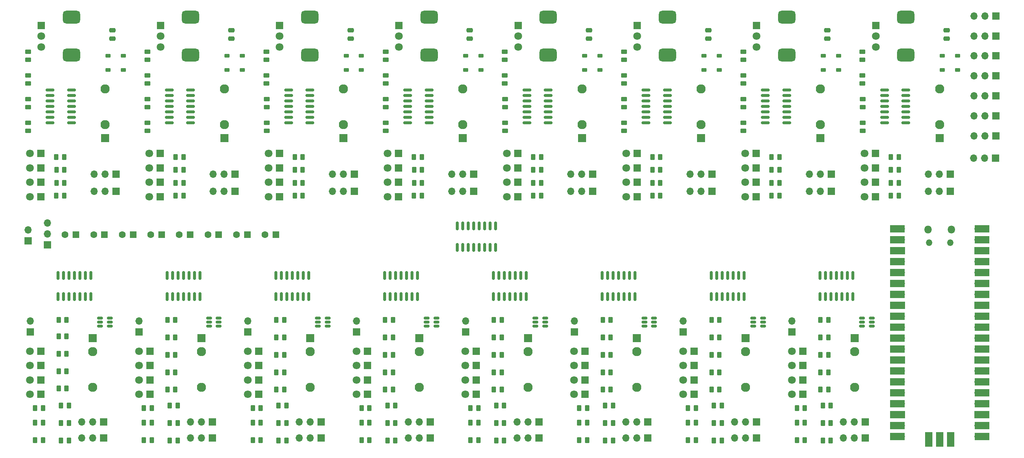
<source format=gbr>
%TF.GenerationSoftware,KiCad,Pcbnew,8.0.8-8.0.8-0~ubuntu24.04.1*%
%TF.CreationDate,2025-02-26T09:10:28-05:00*%
%TF.ProjectId,Oblique Palette 0.5.1 PCB Main,4f626c69-7175-4652-9050-616c65747465,rev?*%
%TF.SameCoordinates,Original*%
%TF.FileFunction,Soldermask,Bot*%
%TF.FilePolarity,Negative*%
%FSLAX46Y46*%
G04 Gerber Fmt 4.6, Leading zero omitted, Abs format (unit mm)*
G04 Created by KiCad (PCBNEW 8.0.8-8.0.8-0~ubuntu24.04.1) date 2025-02-26 09:10:28*
%MOMM*%
%LPD*%
G01*
G04 APERTURE LIST*
G04 Aperture macros list*
%AMRoundRect*
0 Rectangle with rounded corners*
0 $1 Rounding radius*
0 $2 $3 $4 $5 $6 $7 $8 $9 X,Y pos of 4 corners*
0 Add a 4 corners polygon primitive as box body*
4,1,4,$2,$3,$4,$5,$6,$7,$8,$9,$2,$3,0*
0 Add four circle primitives for the rounded corners*
1,1,$1+$1,$2,$3*
1,1,$1+$1,$4,$5*
1,1,$1+$1,$6,$7*
1,1,$1+$1,$8,$9*
0 Add four rect primitives between the rounded corners*
20,1,$1+$1,$2,$3,$4,$5,0*
20,1,$1+$1,$4,$5,$6,$7,0*
20,1,$1+$1,$6,$7,$8,$9,0*
20,1,$1+$1,$8,$9,$2,$3,0*%
G04 Aperture macros list end*
%ADD10R,1.700000X1.700000*%
%ADD11O,1.700000X1.700000*%
%ADD12R,1.800000X1.800000*%
%ADD13C,1.800000*%
%ADD14RoundRect,0.750000X-1.250000X-0.750000X1.250000X-0.750000X1.250000X0.750000X-1.250000X0.750000X0*%
%ADD15R,1.930000X1.830000*%
%ADD16C,2.130000*%
%ADD17RoundRect,0.250000X0.262500X0.450000X-0.262500X0.450000X-0.262500X-0.450000X0.262500X-0.450000X0*%
%ADD18RoundRect,0.250000X-0.450000X0.262500X-0.450000X-0.262500X0.450000X-0.262500X0.450000X0.262500X0*%
%ADD19RoundRect,0.250000X-0.262500X-0.450000X0.262500X-0.450000X0.262500X0.450000X-0.262500X0.450000X0*%
%ADD20RoundRect,0.150000X0.512500X0.150000X-0.512500X0.150000X-0.512500X-0.150000X0.512500X-0.150000X0*%
%ADD21RoundRect,0.150000X0.150000X-0.825000X0.150000X0.825000X-0.150000X0.825000X-0.150000X-0.825000X0*%
%ADD22RoundRect,0.225000X-0.375000X0.225000X-0.375000X-0.225000X0.375000X-0.225000X0.375000X0.225000X0*%
%ADD23RoundRect,0.150000X0.825000X0.150000X-0.825000X0.150000X-0.825000X-0.150000X0.825000X-0.150000X0*%
%ADD24RoundRect,0.250000X0.475000X-0.250000X0.475000X0.250000X-0.475000X0.250000X-0.475000X-0.250000X0*%
%ADD25R,1.600000X1.600000*%
%ADD26C,1.600000*%
%ADD27R,1.700000X3.500000*%
%ADD28R,3.500000X1.700000*%
%ADD29O,1.800000X1.800000*%
%ADD30O,1.500000X1.500000*%
G04 APERTURE END LIST*
D10*
%TO.C,J69*%
X214275000Y-116480000D03*
D11*
X211735000Y-116480000D03*
X209195000Y-116480000D03*
%TD*%
D10*
%TO.C,J14*%
X244580000Y-50010000D03*
D11*
X242040000Y-50010000D03*
X239500000Y-50010000D03*
%TD*%
D12*
%TO.C,D65*%
X124000000Y-110050000D03*
D13*
X121460000Y-110050000D03*
%TD*%
D10*
%TO.C,J31*%
X178685000Y-62910000D03*
D11*
X176145000Y-62910000D03*
X173605000Y-62910000D03*
%TD*%
D10*
%TO.C,J56*%
X138525000Y-120180000D03*
D11*
X135985000Y-120180000D03*
X133445000Y-120180000D03*
%TD*%
D12*
%TO.C,RV2*%
X50717000Y-24320000D03*
D13*
X50717000Y-26820000D03*
X50717000Y-29320000D03*
D14*
X57717000Y-22420000D03*
X57717000Y-31220000D03*
%TD*%
D12*
%TO.C,D75*%
X174500000Y-103350000D03*
D13*
X171960000Y-103350000D03*
%TD*%
D10*
%TO.C,J28*%
X151028000Y-62910000D03*
D11*
X148488000Y-62910000D03*
X145948000Y-62910000D03*
%TD*%
D12*
%TO.C,D2*%
X23000000Y-60760000D03*
D13*
X20460000Y-60760000D03*
%TD*%
D12*
%TO.C,RV3*%
X78374000Y-24320000D03*
D13*
X78374000Y-26820000D03*
X78374000Y-29320000D03*
D14*
X85374000Y-22420000D03*
X85374000Y-31220000D03*
%TD*%
D15*
%TO.C,J42*%
X35000000Y-97000000D03*
D16*
X35000000Y-108400000D03*
X35000000Y-100100000D03*
%TD*%
D12*
%TO.C,D67*%
X124000000Y-103350000D03*
D13*
X121460000Y-103350000D03*
%TD*%
D12*
%TO.C,D58*%
X73500000Y-106700000D03*
D13*
X70960000Y-106700000D03*
%TD*%
D12*
%TO.C,D32*%
X161285000Y-60760000D03*
D13*
X158745000Y-60760000D03*
%TD*%
D12*
%TO.C,D7*%
X50657000Y-64110000D03*
D13*
X48117000Y-64110000D03*
%TD*%
D12*
%TO.C,D18*%
X78314000Y-54060000D03*
D13*
X75774000Y-54060000D03*
%TD*%
D10*
%TO.C,J21*%
X95714000Y-58930000D03*
D11*
X93174000Y-58930000D03*
X90634000Y-58930000D03*
%TD*%
D12*
%TO.C,D78*%
X199750000Y-106700000D03*
D13*
X197210000Y-106700000D03*
%TD*%
D12*
%TO.C,D56*%
X48250000Y-100000000D03*
D13*
X45710000Y-100000000D03*
%TD*%
D10*
%TO.C,J18*%
X68057000Y-58930000D03*
D11*
X65517000Y-58930000D03*
X62977000Y-58930000D03*
%TD*%
D12*
%TO.C,D77*%
X199750000Y-110050000D03*
D13*
X197210000Y-110050000D03*
%TD*%
D12*
%TO.C,RV8*%
X216659000Y-24320000D03*
D13*
X216659000Y-26820000D03*
X216659000Y-29320000D03*
D14*
X223659000Y-22420000D03*
X223659000Y-31220000D03*
%TD*%
D12*
%TO.C,D24*%
X105971000Y-54060000D03*
D13*
X103431000Y-54060000D03*
%TD*%
D15*
%TO.C,J46*%
X60250000Y-97000000D03*
D16*
X60250000Y-108400000D03*
X60250000Y-100100000D03*
%TD*%
D10*
%TO.C,J44*%
X62775000Y-120180000D03*
D11*
X60235000Y-120180000D03*
X57695000Y-120180000D03*
%TD*%
D12*
%TO.C,D48*%
X216599000Y-54060000D03*
D13*
X214059000Y-54060000D03*
%TD*%
D12*
%TO.C,D36*%
X161285000Y-54060000D03*
D13*
X158745000Y-54060000D03*
%TD*%
D10*
%TO.C,J7*%
X244580000Y-36060000D03*
D11*
X242040000Y-36060000D03*
X239500000Y-36060000D03*
%TD*%
D12*
%TO.C,RV4*%
X106031000Y-24320000D03*
D13*
X106031000Y-26820000D03*
X106031000Y-29320000D03*
D14*
X113031000Y-22420000D03*
X113031000Y-31220000D03*
%TD*%
D12*
%TO.C,D38*%
X188942000Y-60760000D03*
D13*
X186402000Y-60760000D03*
%TD*%
D10*
%TO.C,J65*%
X189025000Y-116480000D03*
D11*
X186485000Y-116480000D03*
X183945000Y-116480000D03*
%TD*%
D12*
%TO.C,D76*%
X174500000Y-100000000D03*
D13*
X171960000Y-100000000D03*
%TD*%
D12*
%TO.C,D66*%
X124000000Y-106700000D03*
D13*
X121460000Y-106700000D03*
%TD*%
D10*
%TO.C,J16*%
X40400000Y-62910000D03*
D11*
X37860000Y-62910000D03*
X35320000Y-62910000D03*
%TD*%
D12*
%TO.C,D64*%
X98750000Y-100000000D03*
D13*
X96210000Y-100000000D03*
%TD*%
D12*
%TO.C,RV5*%
X133688000Y-24320000D03*
D13*
X133688000Y-26820000D03*
X133688000Y-29320000D03*
D14*
X140688000Y-22420000D03*
X140688000Y-31220000D03*
%TD*%
D10*
%TO.C,J34*%
X206342000Y-62910000D03*
D11*
X203802000Y-62910000D03*
X201262000Y-62910000D03*
%TD*%
D12*
%TO.C,D8*%
X50657000Y-60760000D03*
D13*
X48117000Y-60760000D03*
%TD*%
D10*
%TO.C,J19*%
X68057000Y-62910000D03*
D11*
X65517000Y-62910000D03*
X62977000Y-62910000D03*
%TD*%
D10*
%TO.C,J4*%
X244580000Y-26760000D03*
D11*
X242040000Y-26760000D03*
X239500000Y-26760000D03*
%TD*%
D12*
%TO.C,D71*%
X149250000Y-103350000D03*
D13*
X146710000Y-103350000D03*
%TD*%
D12*
%TO.C,D61*%
X98750000Y-110050000D03*
D13*
X96210000Y-110050000D03*
%TD*%
D15*
%TO.C,J17*%
X37875000Y-50510000D03*
D16*
X37875000Y-39110000D03*
X37875000Y-47410000D03*
%TD*%
D10*
%TO.C,J24*%
X123371000Y-58930000D03*
D11*
X120831000Y-58930000D03*
X118291000Y-58930000D03*
%TD*%
D12*
%TO.C,D74*%
X174500000Y-106700000D03*
D13*
X171960000Y-106700000D03*
%TD*%
D12*
%TO.C,D68*%
X124000000Y-100000000D03*
D13*
X121460000Y-100000000D03*
%TD*%
D15*
%TO.C,J20*%
X65532000Y-50510000D03*
D16*
X65532000Y-39110000D03*
X65532000Y-47410000D03*
%TD*%
D10*
%TO.C,J40*%
X37525000Y-120180000D03*
D11*
X34985000Y-120180000D03*
X32445000Y-120180000D03*
%TD*%
D10*
%TO.C,J27*%
X151028000Y-58930000D03*
D11*
X148488000Y-58930000D03*
X145948000Y-58930000D03*
%TD*%
D12*
%TO.C,D80*%
X199750000Y-100000000D03*
D13*
X197210000Y-100000000D03*
%TD*%
D10*
%TO.C,J41*%
X37525000Y-116480000D03*
D11*
X34985000Y-116480000D03*
X32445000Y-116480000D03*
%TD*%
D12*
%TO.C,D3*%
X23000000Y-57410000D03*
D13*
X20460000Y-57410000D03*
%TD*%
D12*
%TO.C,D62*%
X98750000Y-106700000D03*
D13*
X96210000Y-106700000D03*
%TD*%
D10*
%TO.C,J13*%
X244580000Y-45360000D03*
D11*
X242040000Y-45360000D03*
X239500000Y-45360000D03*
%TD*%
D12*
%TO.C,D50*%
X23000000Y-106700000D03*
D13*
X20460000Y-106700000D03*
%TD*%
D12*
%TO.C,D69*%
X149250000Y-110050000D03*
D13*
X146710000Y-110050000D03*
%TD*%
D10*
%TO.C,J37*%
X233999000Y-62910000D03*
D11*
X231459000Y-62910000D03*
X228919000Y-62910000D03*
%TD*%
D15*
%TO.C,J32*%
X176160000Y-50510000D03*
D16*
X176160000Y-39110000D03*
X176160000Y-47410000D03*
%TD*%
D10*
%TO.C,J15*%
X40400000Y-58930000D03*
D11*
X37860000Y-58930000D03*
X35320000Y-58930000D03*
%TD*%
D10*
%TO.C,J25*%
X123371000Y-62910000D03*
D11*
X120831000Y-62910000D03*
X118291000Y-62910000D03*
%TD*%
D12*
%TO.C,D15*%
X78314000Y-57410000D03*
D13*
X75774000Y-57410000D03*
%TD*%
D10*
%TO.C,J45*%
X62775000Y-116480000D03*
D11*
X60235000Y-116480000D03*
X57695000Y-116480000D03*
%TD*%
D12*
%TO.C,D53*%
X48250000Y-110050000D03*
D13*
X45710000Y-110050000D03*
%TD*%
D15*
%TO.C,J66*%
X186500000Y-97000000D03*
D16*
X186500000Y-108400000D03*
X186500000Y-100100000D03*
%TD*%
D12*
%TO.C,D14*%
X78314000Y-60760000D03*
D13*
X75774000Y-60760000D03*
%TD*%
D12*
%TO.C,RV6*%
X161345000Y-24320000D03*
D13*
X161345000Y-26820000D03*
X161345000Y-29320000D03*
D14*
X168345000Y-22420000D03*
X168345000Y-31220000D03*
%TD*%
D12*
%TO.C,D1*%
X23000000Y-64110000D03*
D13*
X20460000Y-64110000D03*
%TD*%
D12*
%TO.C,D59*%
X73500000Y-103350000D03*
D13*
X70960000Y-103350000D03*
%TD*%
D15*
%TO.C,J62*%
X161250000Y-97000000D03*
D16*
X161250000Y-108400000D03*
X161250000Y-100100000D03*
%TD*%
D12*
%TO.C,D60*%
X73500000Y-100000000D03*
D13*
X70960000Y-100000000D03*
%TD*%
D12*
%TO.C,D30*%
X133628000Y-54060000D03*
D13*
X131088000Y-54060000D03*
%TD*%
D10*
%TO.C,J57*%
X138525000Y-116480000D03*
D11*
X135985000Y-116480000D03*
X133445000Y-116480000D03*
%TD*%
D12*
%TO.C,D63*%
X98750000Y-103350000D03*
D13*
X96210000Y-103350000D03*
%TD*%
D10*
%TO.C,J64*%
X189025000Y-120180000D03*
D11*
X186485000Y-120180000D03*
X183945000Y-120180000D03*
%TD*%
D12*
%TO.C,D42*%
X188942000Y-54060000D03*
D13*
X186402000Y-54060000D03*
%TD*%
D10*
%TO.C,J61*%
X163775000Y-116480000D03*
D11*
X161235000Y-116480000D03*
X158695000Y-116480000D03*
%TD*%
D12*
%TO.C,D13*%
X78314000Y-64110000D03*
D13*
X75774000Y-64110000D03*
%TD*%
D10*
%TO.C,J30*%
X178685000Y-58930000D03*
D11*
X176145000Y-58930000D03*
X173605000Y-58930000D03*
%TD*%
D10*
%TO.C,J49*%
X88025000Y-116480000D03*
D11*
X85485000Y-116480000D03*
X82945000Y-116480000D03*
%TD*%
D15*
%TO.C,J35*%
X203817000Y-50510000D03*
D16*
X203817000Y-39110000D03*
X203817000Y-47410000D03*
%TD*%
D10*
%TO.C,J9*%
X244450000Y-55130000D03*
D11*
X241910000Y-55130000D03*
X239370000Y-55130000D03*
%TD*%
D15*
%TO.C,J23*%
X93189000Y-50510000D03*
D16*
X93189000Y-39110000D03*
X93189000Y-47410000D03*
%TD*%
D12*
%TO.C,D19*%
X105971000Y-64110000D03*
D13*
X103431000Y-64110000D03*
%TD*%
D10*
%TO.C,J68*%
X214275000Y-120180000D03*
D11*
X211735000Y-120180000D03*
X209195000Y-120180000D03*
%TD*%
D15*
%TO.C,J29*%
X148503000Y-50510000D03*
D16*
X148503000Y-39110000D03*
X148503000Y-47410000D03*
%TD*%
D12*
%TO.C,D26*%
X133628000Y-60760000D03*
D13*
X131088000Y-60760000D03*
%TD*%
D15*
%TO.C,J58*%
X136000000Y-97000000D03*
D16*
X136000000Y-108400000D03*
X136000000Y-100100000D03*
%TD*%
D12*
%TO.C,D20*%
X105971000Y-60760000D03*
D13*
X103431000Y-60760000D03*
%TD*%
D12*
%TO.C,RV1*%
X23060000Y-24320000D03*
D13*
X23060000Y-26820000D03*
X23060000Y-29320000D03*
D14*
X30060000Y-22420000D03*
X30060000Y-31220000D03*
%TD*%
D15*
%TO.C,J70*%
X211750000Y-97000000D03*
D16*
X211750000Y-108400000D03*
X211750000Y-100100000D03*
%TD*%
D12*
%TO.C,D21*%
X105971000Y-57410000D03*
D13*
X103431000Y-57410000D03*
%TD*%
D12*
%TO.C,D73*%
X174500000Y-110050000D03*
D13*
X171960000Y-110050000D03*
%TD*%
D12*
%TO.C,D45*%
X216599000Y-57410000D03*
D13*
X214059000Y-57410000D03*
%TD*%
D10*
%TO.C,J33*%
X206342000Y-58930000D03*
D11*
X203802000Y-58930000D03*
X201262000Y-58930000D03*
%TD*%
D10*
%TO.C,J36*%
X233999000Y-58930000D03*
D11*
X231459000Y-58930000D03*
X228919000Y-58930000D03*
%TD*%
D12*
%TO.C,D72*%
X149250000Y-100000000D03*
D13*
X146710000Y-100000000D03*
%TD*%
D12*
%TO.C,D44*%
X216599000Y-60760000D03*
D13*
X214059000Y-60760000D03*
%TD*%
D12*
%TO.C,D55*%
X48250000Y-103350000D03*
D13*
X45710000Y-103350000D03*
%TD*%
D12*
%TO.C,D31*%
X161285000Y-64110000D03*
D13*
X158745000Y-64110000D03*
%TD*%
D10*
%TO.C,J5*%
X244580000Y-31410000D03*
D11*
X242040000Y-31410000D03*
X239500000Y-31410000D03*
%TD*%
D10*
%TO.C,J22*%
X95714000Y-62910000D03*
D11*
X93174000Y-62910000D03*
X90634000Y-62910000D03*
%TD*%
D12*
%TO.C,D37*%
X188942000Y-64110000D03*
D13*
X186402000Y-64110000D03*
%TD*%
D12*
%TO.C,D39*%
X188942000Y-57410000D03*
D13*
X186402000Y-57410000D03*
%TD*%
D15*
%TO.C,J38*%
X231474000Y-50510000D03*
D16*
X231474000Y-39110000D03*
X231474000Y-47410000D03*
%TD*%
D10*
%TO.C,J11*%
X244580000Y-40710000D03*
D11*
X242040000Y-40710000D03*
X239500000Y-40710000D03*
%TD*%
D12*
%TO.C,D27*%
X133628000Y-57410000D03*
D13*
X131088000Y-57410000D03*
%TD*%
D12*
%TO.C,D70*%
X149250000Y-106700000D03*
D13*
X146710000Y-106700000D03*
%TD*%
D15*
%TO.C,J54*%
X110750000Y-97000000D03*
D16*
X110750000Y-108400000D03*
X110750000Y-100100000D03*
%TD*%
D12*
%TO.C,D54*%
X48250000Y-106700000D03*
D13*
X45710000Y-106700000D03*
%TD*%
D12*
%TO.C,D52*%
X23000000Y-100000000D03*
D13*
X20460000Y-100000000D03*
%TD*%
D12*
%TO.C,D43*%
X216599000Y-64110000D03*
D13*
X214059000Y-64110000D03*
%TD*%
D12*
%TO.C,D6*%
X23000000Y-54060000D03*
D13*
X20460000Y-54060000D03*
%TD*%
D12*
%TO.C,D12*%
X50657000Y-54060000D03*
D13*
X48117000Y-54060000D03*
%TD*%
D12*
%TO.C,D9*%
X50657000Y-57410000D03*
D13*
X48117000Y-57410000D03*
%TD*%
D10*
%TO.C,J48*%
X88025000Y-120180000D03*
D11*
X85485000Y-120180000D03*
X82945000Y-120180000D03*
%TD*%
D10*
%TO.C,J53*%
X113275000Y-116480000D03*
D11*
X110735000Y-116480000D03*
X108195000Y-116480000D03*
%TD*%
D12*
%TO.C,D51*%
X23000000Y-103350000D03*
D13*
X20460000Y-103350000D03*
%TD*%
D12*
%TO.C,D79*%
X199750000Y-103350000D03*
D13*
X197210000Y-103350000D03*
%TD*%
D12*
%TO.C,D49*%
X23000000Y-110050000D03*
D13*
X20460000Y-110050000D03*
%TD*%
D12*
%TO.C,D25*%
X133628000Y-64110000D03*
D13*
X131088000Y-64110000D03*
%TD*%
D12*
%TO.C,RV7*%
X189002000Y-24320000D03*
D13*
X189002000Y-26820000D03*
X189002000Y-29320000D03*
D14*
X196002000Y-22420000D03*
X196002000Y-31220000D03*
%TD*%
D12*
%TO.C,D33*%
X161285000Y-57410000D03*
D13*
X158745000Y-57410000D03*
%TD*%
D10*
%TO.C,J52*%
X113275000Y-120180000D03*
D11*
X110735000Y-120180000D03*
X108195000Y-120180000D03*
%TD*%
D15*
%TO.C,J50*%
X85500000Y-97000000D03*
D16*
X85500000Y-108400000D03*
X85500000Y-100100000D03*
%TD*%
D10*
%TO.C,J2*%
X244580000Y-22110000D03*
D11*
X242040000Y-22110000D03*
X239500000Y-22110000D03*
%TD*%
D12*
%TO.C,D57*%
X73500000Y-110050000D03*
D13*
X70960000Y-110050000D03*
%TD*%
D10*
%TO.C,J60*%
X163775000Y-120180000D03*
D11*
X161235000Y-120180000D03*
X158695000Y-120180000D03*
%TD*%
D17*
%TO.C,R116*%
X130452500Y-116710000D03*
X128627500Y-116710000D03*
%TD*%
D18*
%TO.C,R22*%
X75314000Y-35987500D03*
X75314000Y-37812500D03*
%TD*%
D17*
%TO.C,R121*%
X155162500Y-96810000D03*
X153337500Y-96810000D03*
%TD*%
D19*
%TO.C,R31*%
X109542500Y-54910000D03*
X111367500Y-54910000D03*
%TD*%
D18*
%TO.C,R18*%
X75343000Y-46987500D03*
X75343000Y-48812500D03*
%TD*%
D17*
%TO.C,R152*%
X200202500Y-120710000D03*
X198377500Y-120710000D03*
%TD*%
%TO.C,R101*%
X104662500Y-104910000D03*
X102837500Y-104910000D03*
%TD*%
%TO.C,R136*%
X174952500Y-113210000D03*
X173127500Y-113210000D03*
%TD*%
%TO.C,R97*%
X73952500Y-120710000D03*
X72127500Y-120710000D03*
%TD*%
%TO.C,R94*%
X79952500Y-116710000D03*
X78127500Y-116710000D03*
%TD*%
%TO.C,R114*%
X124452500Y-113210000D03*
X122627500Y-113210000D03*
%TD*%
D19*
%TO.C,R2*%
X26576500Y-57910000D03*
X28401500Y-57910000D03*
%TD*%
D17*
%TO.C,R117*%
X130452500Y-120760000D03*
X128627500Y-120760000D03*
%TD*%
D18*
%TO.C,R4*%
X20029000Y-46987500D03*
X20029000Y-48812500D03*
%TD*%
D17*
%TO.C,R123*%
X155162500Y-104910000D03*
X153337500Y-104910000D03*
%TD*%
D20*
%TO.C,U11*%
X39000000Y-92310000D03*
X39000000Y-93260000D03*
X39000000Y-94210000D03*
X36725000Y-94210000D03*
X36725000Y-93260000D03*
X36725000Y-92310000D03*
%TD*%
D18*
%TO.C,R50*%
X185971000Y-46957500D03*
X185971000Y-48782500D03*
%TD*%
D17*
%TO.C,R74*%
X29452500Y-116710000D03*
X27627500Y-116710000D03*
%TD*%
D21*
%TO.C,U1*%
X128445000Y-75885000D03*
X127175000Y-75885000D03*
X125905000Y-75885000D03*
X124635000Y-75885000D03*
X123365000Y-75885000D03*
X122095000Y-75885000D03*
X120825000Y-75885000D03*
X119555000Y-75885000D03*
X119555000Y-70935000D03*
X120825000Y-70935000D03*
X122095000Y-70935000D03*
X123365000Y-70935000D03*
X124635000Y-70935000D03*
X125905000Y-70935000D03*
X127175000Y-70935000D03*
X128445000Y-70935000D03*
%TD*%
D17*
%TO.C,R79*%
X54162500Y-104910000D03*
X52337500Y-104910000D03*
%TD*%
D19*
%TO.C,R53*%
X192518500Y-57910000D03*
X194343500Y-57910000D03*
%TD*%
D22*
%TO.C,D41*%
X208021000Y-31334300D03*
X208021000Y-34634300D03*
%TD*%
D19*
%TO.C,R61*%
X220175500Y-57910000D03*
X222000500Y-57910000D03*
%TD*%
D18*
%TO.C,R52*%
X185971000Y-41487500D03*
X185971000Y-43312500D03*
%TD*%
%TO.C,R12*%
X47686000Y-41487500D03*
X47686000Y-43312500D03*
%TD*%
D17*
%TO.C,R98*%
X104662500Y-92760000D03*
X102837500Y-92760000D03*
%TD*%
D19*
%TO.C,R27*%
X109547500Y-60910000D03*
X111372500Y-60910000D03*
%TD*%
D22*
%TO.C,D29*%
X152707000Y-31334300D03*
X152707000Y-34634300D03*
%TD*%
D17*
%TO.C,R81*%
X48702500Y-113210000D03*
X46877500Y-113210000D03*
%TD*%
%TO.C,R100*%
X104662500Y-100860000D03*
X102837500Y-100860000D03*
%TD*%
D18*
%TO.C,R16*%
X47657000Y-30452500D03*
X47657000Y-32277500D03*
%TD*%
D23*
%TO.C,U4*%
X57715000Y-39290000D03*
X57715000Y-40560000D03*
X57715000Y-41830000D03*
X57715000Y-43100000D03*
X57715000Y-44370000D03*
X57715000Y-45640000D03*
X57715000Y-46910000D03*
X52765000Y-46910000D03*
X52765000Y-45640000D03*
X52765000Y-44370000D03*
X52765000Y-43100000D03*
X52765000Y-41830000D03*
X52765000Y-40560000D03*
X52765000Y-39290000D03*
%TD*%
D24*
%TO.C,C14*%
X177814000Y-27360000D03*
X177814000Y-25460000D03*
%TD*%
D17*
%TO.C,R138*%
X180952500Y-116710000D03*
X179127500Y-116710000D03*
%TD*%
D18*
%TO.C,R30*%
X102971000Y-35987500D03*
X102971000Y-37812500D03*
%TD*%
D17*
%TO.C,R141*%
X174952500Y-120710000D03*
X173127500Y-120710000D03*
%TD*%
D25*
%TO.C,C8*%
X31080700Y-72910000D03*
D26*
X28580700Y-72910000D03*
%TD*%
D19*
%TO.C,R49*%
X192513500Y-63910000D03*
X194338500Y-63910000D03*
%TD*%
%TO.C,R17*%
X81885500Y-63910000D03*
X83710500Y-63910000D03*
%TD*%
D23*
%TO.C,U9*%
X196000000Y-39290000D03*
X196000000Y-40560000D03*
X196000000Y-41830000D03*
X196000000Y-43100000D03*
X196000000Y-44370000D03*
X196000000Y-45640000D03*
X196000000Y-46910000D03*
X191050000Y-46910000D03*
X191050000Y-45640000D03*
X191050000Y-44370000D03*
X191050000Y-43100000D03*
X191050000Y-41830000D03*
X191050000Y-40560000D03*
X191050000Y-39290000D03*
%TD*%
%TO.C,U7*%
X140686000Y-39290000D03*
X140686000Y-40560000D03*
X140686000Y-41830000D03*
X140686000Y-43100000D03*
X140686000Y-44370000D03*
X140686000Y-45640000D03*
X140686000Y-46910000D03*
X135736000Y-46910000D03*
X135736000Y-45640000D03*
X135736000Y-44370000D03*
X135736000Y-43100000D03*
X135736000Y-41830000D03*
X135736000Y-40560000D03*
X135736000Y-39290000D03*
%TD*%
D17*
%TO.C,R73*%
X29452500Y-112660000D03*
X27627500Y-112660000D03*
%TD*%
%TO.C,R129*%
X149702500Y-116660000D03*
X147877500Y-116660000D03*
%TD*%
D18*
%TO.C,R46*%
X158285000Y-35987500D03*
X158285000Y-37812500D03*
%TD*%
D10*
%TO.C,J51*%
X96250000Y-95535000D03*
D11*
X96250000Y-92995000D03*
%TD*%
D17*
%TO.C,R125*%
X149702500Y-113210000D03*
X147877500Y-113210000D03*
%TD*%
D10*
%TO.C,J72*%
X20000000Y-74410000D03*
D11*
X20000000Y-71870000D03*
%TD*%
D18*
%TO.C,R26*%
X103000000Y-46987500D03*
X103000000Y-48812500D03*
%TD*%
D17*
%TO.C,R147*%
X200202500Y-113210000D03*
X198377500Y-113210000D03*
%TD*%
%TO.C,R139*%
X180952500Y-120760000D03*
X179127500Y-120760000D03*
%TD*%
D19*
%TO.C,R11*%
X54233500Y-60910000D03*
X56058500Y-60910000D03*
%TD*%
D17*
%TO.C,R84*%
X54702500Y-112660000D03*
X52877500Y-112660000D03*
%TD*%
D19*
%TO.C,R21*%
X81890500Y-57910000D03*
X83715500Y-57910000D03*
%TD*%
%TO.C,R63*%
X220170500Y-54910000D03*
X221995500Y-54910000D03*
%TD*%
D23*
%TO.C,U3*%
X30058000Y-39290000D03*
X30058000Y-40560000D03*
X30058000Y-41830000D03*
X30058000Y-43100000D03*
X30058000Y-44370000D03*
X30058000Y-45640000D03*
X30058000Y-46910000D03*
X25108000Y-46910000D03*
X25108000Y-45640000D03*
X25108000Y-44370000D03*
X25108000Y-43100000D03*
X25108000Y-41830000D03*
X25108000Y-40560000D03*
X25108000Y-39290000D03*
%TD*%
D20*
%TO.C,U23*%
X190500000Y-92310000D03*
X190500000Y-93260000D03*
X190500000Y-94210000D03*
X188225000Y-94210000D03*
X188225000Y-93260000D03*
X188225000Y-92310000D03*
%TD*%
D19*
%TO.C,R19*%
X81890500Y-60910000D03*
X83715500Y-60910000D03*
%TD*%
D23*
%TO.C,U5*%
X85372000Y-39290000D03*
X85372000Y-40560000D03*
X85372000Y-41830000D03*
X85372000Y-43100000D03*
X85372000Y-44370000D03*
X85372000Y-45640000D03*
X85372000Y-46910000D03*
X80422000Y-46910000D03*
X80422000Y-45640000D03*
X80422000Y-44370000D03*
X80422000Y-43100000D03*
X80422000Y-41830000D03*
X80422000Y-40560000D03*
X80422000Y-39290000D03*
%TD*%
D19*
%TO.C,R9*%
X54228500Y-63910000D03*
X56053500Y-63910000D03*
%TD*%
D20*
%TO.C,U13*%
X64250000Y-92310000D03*
X64250000Y-93260000D03*
X64250000Y-94210000D03*
X61975000Y-94210000D03*
X61975000Y-93260000D03*
X61975000Y-92310000D03*
%TD*%
D17*
%TO.C,R122*%
X155162500Y-100860000D03*
X153337500Y-100860000D03*
%TD*%
D19*
%TO.C,R25*%
X109542500Y-63910000D03*
X111367500Y-63910000D03*
%TD*%
D24*
%TO.C,C16*%
X233128000Y-27360000D03*
X233128000Y-25460000D03*
%TD*%
D19*
%TO.C,R45*%
X164861500Y-57910000D03*
X166686500Y-57910000D03*
%TD*%
D18*
%TO.C,R40*%
X130628000Y-30452500D03*
X130628000Y-32277500D03*
%TD*%
%TO.C,R62*%
X213599000Y-35987500D03*
X213599000Y-37812500D03*
%TD*%
D17*
%TO.C,R111*%
X129912500Y-100860000D03*
X128087500Y-100860000D03*
%TD*%
%TO.C,R68*%
X28912500Y-104660000D03*
X27087500Y-104660000D03*
%TD*%
%TO.C,R107*%
X99202500Y-116660000D03*
X97377500Y-116660000D03*
%TD*%
D19*
%TO.C,R41*%
X164856500Y-63910000D03*
X166681500Y-63910000D03*
%TD*%
D17*
%TO.C,R131*%
X180412500Y-92760000D03*
X178587500Y-92760000D03*
%TD*%
%TO.C,R140*%
X174952500Y-116660000D03*
X173127500Y-116660000D03*
%TD*%
D21*
%TO.C,U18*%
X110350000Y-87360000D03*
X109080000Y-87360000D03*
X107810000Y-87360000D03*
X106540000Y-87360000D03*
X105270000Y-87360000D03*
X104000000Y-87360000D03*
X102730000Y-87360000D03*
X102730000Y-82410000D03*
X104000000Y-82410000D03*
X105270000Y-82410000D03*
X106540000Y-82410000D03*
X107810000Y-82410000D03*
X109080000Y-82410000D03*
X110350000Y-82410000D03*
%TD*%
D22*
%TO.C,D46*%
X232128000Y-31334300D03*
X232128000Y-34634300D03*
%TD*%
D17*
%TO.C,R135*%
X180412500Y-108960000D03*
X178587500Y-108960000D03*
%TD*%
%TO.C,R93*%
X79952500Y-112660000D03*
X78127500Y-112660000D03*
%TD*%
%TO.C,R88*%
X79412500Y-96810000D03*
X77587500Y-96810000D03*
%TD*%
D22*
%TO.C,D4*%
X38529000Y-31334300D03*
X38529000Y-34634300D03*
%TD*%
D18*
%TO.C,R38*%
X130628000Y-35987500D03*
X130628000Y-37812500D03*
%TD*%
D17*
%TO.C,R118*%
X124452500Y-116660000D03*
X122627500Y-116660000D03*
%TD*%
D19*
%TO.C,R1*%
X26571500Y-54910000D03*
X28396500Y-54910000D03*
%TD*%
D20*
%TO.C,U25*%
X215750000Y-92310000D03*
X215750000Y-93260000D03*
X215750000Y-94210000D03*
X213475000Y-94210000D03*
X213475000Y-93260000D03*
X213475000Y-92310000D03*
%TD*%
D17*
%TO.C,R70*%
X23452500Y-113210000D03*
X21627500Y-113210000D03*
%TD*%
%TO.C,R149*%
X206202500Y-116710000D03*
X204377500Y-116710000D03*
%TD*%
D18*
%TO.C,R56*%
X185942000Y-30452500D03*
X185942000Y-32277500D03*
%TD*%
%TO.C,R7*%
X20000000Y-35987500D03*
X20000000Y-37812500D03*
%TD*%
%TO.C,R5*%
X20029000Y-41487500D03*
X20029000Y-43312500D03*
%TD*%
D10*
%TO.C,J43*%
X45750000Y-95535000D03*
D11*
X45750000Y-92995000D03*
%TD*%
D17*
%TO.C,R145*%
X205662500Y-104910000D03*
X203837500Y-104910000D03*
%TD*%
D20*
%TO.C,U19*%
X140000000Y-92310000D03*
X140000000Y-93260000D03*
X140000000Y-94210000D03*
X137725000Y-94210000D03*
X137725000Y-93260000D03*
X137725000Y-92310000D03*
%TD*%
D19*
%TO.C,R39*%
X137199500Y-54910000D03*
X139024500Y-54910000D03*
%TD*%
%TO.C,R43*%
X164861500Y-60910000D03*
X166686500Y-60910000D03*
%TD*%
D17*
%TO.C,R148*%
X206202500Y-112660000D03*
X204377500Y-112660000D03*
%TD*%
%TO.C,R128*%
X155702500Y-120760000D03*
X153877500Y-120760000D03*
%TD*%
D10*
%TO.C,J55*%
X121500000Y-95535000D03*
D11*
X121500000Y-92995000D03*
%TD*%
D21*
%TO.C,U20*%
X135600000Y-87360000D03*
X134330000Y-87360000D03*
X133060000Y-87360000D03*
X131790000Y-87360000D03*
X130520000Y-87360000D03*
X129250000Y-87360000D03*
X127980000Y-87360000D03*
X127980000Y-82410000D03*
X129250000Y-82410000D03*
X130520000Y-82410000D03*
X131790000Y-82410000D03*
X133060000Y-82410000D03*
X134330000Y-82410000D03*
X135600000Y-82410000D03*
%TD*%
%TO.C,U22*%
X160850000Y-87360000D03*
X159580000Y-87360000D03*
X158310000Y-87360000D03*
X157040000Y-87360000D03*
X155770000Y-87360000D03*
X154500000Y-87360000D03*
X153230000Y-87360000D03*
X153230000Y-82410000D03*
X154500000Y-82410000D03*
X155770000Y-82410000D03*
X157040000Y-82410000D03*
X158310000Y-82410000D03*
X159580000Y-82410000D03*
X160850000Y-82410000D03*
%TD*%
D19*
%TO.C,R33*%
X137199500Y-63910000D03*
X139024500Y-63910000D03*
%TD*%
D20*
%TO.C,U21*%
X165250000Y-92310000D03*
X165250000Y-93260000D03*
X165250000Y-94210000D03*
X162975000Y-94210000D03*
X162975000Y-93260000D03*
X162975000Y-92310000D03*
%TD*%
D17*
%TO.C,R95*%
X79952500Y-120760000D03*
X78127500Y-120760000D03*
%TD*%
D18*
%TO.C,R58*%
X213628000Y-46957500D03*
X213628000Y-48782500D03*
%TD*%
D27*
%TO.C,U2*%
X228960000Y-120560000D03*
D11*
X228960000Y-119660000D03*
D27*
X231500000Y-120560000D03*
D10*
X231500000Y-119660000D03*
D27*
X234040000Y-120560000D03*
D11*
X234040000Y-119660000D03*
D28*
X221710000Y-71630000D03*
D11*
X222610000Y-71630000D03*
D28*
X221710000Y-74170000D03*
D11*
X222610000Y-74170000D03*
D28*
X221710000Y-76710000D03*
D10*
X222610000Y-76710000D03*
D28*
X221710000Y-79250000D03*
D11*
X222610000Y-79250000D03*
D28*
X221710000Y-81790000D03*
D11*
X222610000Y-81790000D03*
D28*
X221710000Y-84330000D03*
D11*
X222610000Y-84330000D03*
D28*
X221710000Y-86870000D03*
D11*
X222610000Y-86870000D03*
D28*
X221710000Y-89410000D03*
D10*
X222610000Y-89410000D03*
D28*
X221710000Y-91950000D03*
D11*
X222610000Y-91950000D03*
D28*
X221710000Y-94490000D03*
D11*
X222610000Y-94490000D03*
D28*
X221710000Y-97030000D03*
D11*
X222610000Y-97030000D03*
D28*
X221710000Y-99570000D03*
D11*
X222610000Y-99570000D03*
D28*
X221710000Y-102110000D03*
D10*
X222610000Y-102110000D03*
D28*
X221710000Y-104650000D03*
D11*
X222610000Y-104650000D03*
D28*
X221710000Y-107190000D03*
D11*
X222610000Y-107190000D03*
D28*
X221710000Y-109730000D03*
D11*
X222610000Y-109730000D03*
D28*
X221710000Y-112270000D03*
D11*
X222610000Y-112270000D03*
D28*
X221710000Y-114810000D03*
D10*
X222610000Y-114810000D03*
D28*
X221710000Y-117350000D03*
D11*
X222610000Y-117350000D03*
D28*
X221710000Y-119890000D03*
D11*
X222610000Y-119890000D03*
D28*
X241290000Y-119890000D03*
D11*
X240390000Y-119890000D03*
D28*
X241290000Y-117350000D03*
D11*
X240390000Y-117350000D03*
D28*
X241290000Y-114810000D03*
D10*
X240390000Y-114810000D03*
D28*
X241290000Y-112270000D03*
D11*
X240390000Y-112270000D03*
D28*
X241290000Y-109730000D03*
D11*
X240390000Y-109730000D03*
D28*
X241290000Y-107190000D03*
D11*
X240390000Y-107190000D03*
D28*
X241290000Y-104650000D03*
D11*
X240390000Y-104650000D03*
D28*
X241290000Y-102110000D03*
D10*
X240390000Y-102110000D03*
D28*
X241290000Y-99570000D03*
D11*
X240390000Y-99570000D03*
D28*
X241290000Y-97030000D03*
D11*
X240390000Y-97030000D03*
D28*
X241290000Y-94490000D03*
D11*
X240390000Y-94490000D03*
D28*
X241290000Y-91950000D03*
D11*
X240390000Y-91950000D03*
D28*
X241290000Y-89410000D03*
D10*
X240390000Y-89410000D03*
D28*
X241290000Y-86870000D03*
D11*
X240390000Y-86870000D03*
D28*
X241290000Y-84330000D03*
D11*
X240390000Y-84330000D03*
D28*
X241290000Y-81790000D03*
D11*
X240390000Y-81790000D03*
D28*
X241290000Y-79250000D03*
D11*
X240390000Y-79250000D03*
D28*
X241290000Y-76710000D03*
D10*
X240390000Y-76710000D03*
D28*
X241290000Y-74170000D03*
D11*
X240390000Y-74170000D03*
D28*
X241290000Y-71630000D03*
D11*
X240390000Y-71630000D03*
D29*
X228775000Y-71760000D03*
D30*
X229075000Y-74790000D03*
X233925000Y-74790000D03*
D29*
X234225000Y-71760000D03*
%TD*%
D22*
%TO.C,D5*%
X42079000Y-31334300D03*
X42079000Y-34634300D03*
%TD*%
D17*
%TO.C,R90*%
X79412500Y-104910000D03*
X77587500Y-104910000D03*
%TD*%
D25*
%TO.C,C3*%
X70860200Y-72910000D03*
D26*
X68360200Y-72910000D03*
%TD*%
D19*
%TO.C,R59*%
X220175500Y-60910000D03*
X222000500Y-60910000D03*
%TD*%
D18*
%TO.C,R20*%
X75343000Y-41487500D03*
X75343000Y-43312500D03*
%TD*%
%TO.C,R8*%
X20000000Y-30452500D03*
X20000000Y-32277500D03*
%TD*%
D17*
%TO.C,R143*%
X205662500Y-96810000D03*
X203837500Y-96810000D03*
%TD*%
%TO.C,R124*%
X155162500Y-108960000D03*
X153337500Y-108960000D03*
%TD*%
%TO.C,R110*%
X129912500Y-96810000D03*
X128087500Y-96810000D03*
%TD*%
%TO.C,R80*%
X54162500Y-108960000D03*
X52337500Y-108960000D03*
%TD*%
D10*
%TO.C,J59*%
X146750000Y-95535000D03*
D11*
X146750000Y-92995000D03*
%TD*%
D22*
%TO.C,D10*%
X66186000Y-31334300D03*
X66186000Y-34634300D03*
%TD*%
D17*
%TO.C,R96*%
X73952500Y-116660000D03*
X72127500Y-116660000D03*
%TD*%
D10*
%TO.C,J63*%
X172000000Y-95535000D03*
D11*
X172000000Y-92995000D03*
%TD*%
D19*
%TO.C,R55*%
X192513500Y-54910000D03*
X194338500Y-54910000D03*
%TD*%
D22*
%TO.C,D47*%
X235678000Y-31334300D03*
X235678000Y-34634300D03*
%TD*%
D25*
%TO.C,C4*%
X44360200Y-72910000D03*
D26*
X41860200Y-72910000D03*
%TD*%
D17*
%TO.C,R75*%
X29452500Y-120760000D03*
X27627500Y-120760000D03*
%TD*%
D19*
%TO.C,R35*%
X137204500Y-60910000D03*
X139029500Y-60910000D03*
%TD*%
D17*
%TO.C,R99*%
X104662500Y-96810000D03*
X102837500Y-96810000D03*
%TD*%
D22*
%TO.C,D28*%
X149157000Y-31334300D03*
X149157000Y-34634300D03*
%TD*%
D24*
%TO.C,C12*%
X122500000Y-27360000D03*
X122500000Y-25460000D03*
%TD*%
D18*
%TO.C,R64*%
X213599000Y-30452500D03*
X213599000Y-32277500D03*
%TD*%
D17*
%TO.C,R83*%
X48702500Y-120710000D03*
X46877500Y-120710000D03*
%TD*%
D22*
%TO.C,D35*%
X180364000Y-31334300D03*
X180364000Y-34634300D03*
%TD*%
D24*
%TO.C,C15*%
X205471000Y-27360000D03*
X205471000Y-25460000D03*
%TD*%
D18*
%TO.C,R34*%
X130657000Y-46957500D03*
X130657000Y-48782500D03*
%TD*%
D17*
%TO.C,R133*%
X180412500Y-100860000D03*
X178587500Y-100860000D03*
%TD*%
%TO.C,R85*%
X54702500Y-116710000D03*
X52877500Y-116710000D03*
%TD*%
D18*
%TO.C,R32*%
X102971000Y-30452500D03*
X102971000Y-32277500D03*
%TD*%
D25*
%TO.C,C5*%
X64220500Y-72910000D03*
D26*
X61720500Y-72910000D03*
%TD*%
D23*
%TO.C,U10*%
X223657000Y-39290000D03*
X223657000Y-40560000D03*
X223657000Y-41830000D03*
X223657000Y-43100000D03*
X223657000Y-44370000D03*
X223657000Y-45640000D03*
X223657000Y-46910000D03*
X218707000Y-46910000D03*
X218707000Y-45640000D03*
X218707000Y-44370000D03*
X218707000Y-43100000D03*
X218707000Y-41830000D03*
X218707000Y-40560000D03*
X218707000Y-39290000D03*
%TD*%
D18*
%TO.C,R54*%
X185942000Y-35987500D03*
X185942000Y-37812500D03*
%TD*%
D19*
%TO.C,R37*%
X137204500Y-57910000D03*
X139029500Y-57910000D03*
%TD*%
D17*
%TO.C,R69*%
X28912500Y-108710000D03*
X27087500Y-108710000D03*
%TD*%
%TO.C,R108*%
X99202500Y-120710000D03*
X97377500Y-120710000D03*
%TD*%
D21*
%TO.C,U26*%
X211350000Y-87360000D03*
X210080000Y-87360000D03*
X208810000Y-87360000D03*
X207540000Y-87360000D03*
X206270000Y-87360000D03*
X205000000Y-87360000D03*
X203730000Y-87360000D03*
X203730000Y-82410000D03*
X205000000Y-82410000D03*
X206270000Y-82410000D03*
X207540000Y-82410000D03*
X208810000Y-82410000D03*
X210080000Y-82410000D03*
X211350000Y-82410000D03*
%TD*%
D18*
%TO.C,R28*%
X103000000Y-41487500D03*
X103000000Y-43312500D03*
%TD*%
D22*
%TO.C,D16*%
X97314000Y-31334300D03*
X97314000Y-34634300D03*
%TD*%
D25*
%TO.C,C7*%
X57580700Y-72910000D03*
D26*
X55080700Y-72910000D03*
%TD*%
D25*
%TO.C,C6*%
X37720500Y-72910000D03*
D26*
X35220500Y-72910000D03*
%TD*%
D17*
%TO.C,R150*%
X206202500Y-120760000D03*
X204377500Y-120760000D03*
%TD*%
D20*
%TO.C,U15*%
X89500000Y-92310000D03*
X89500000Y-93260000D03*
X89500000Y-94210000D03*
X87225000Y-94210000D03*
X87225000Y-93260000D03*
X87225000Y-92310000D03*
%TD*%
D17*
%TO.C,R109*%
X129912500Y-92760000D03*
X128087500Y-92760000D03*
%TD*%
%TO.C,R106*%
X105202500Y-120760000D03*
X103377500Y-120760000D03*
%TD*%
D19*
%TO.C,R15*%
X54228500Y-54910000D03*
X56053500Y-54910000D03*
%TD*%
D24*
%TO.C,C10*%
X67186000Y-27360000D03*
X67186000Y-25460000D03*
%TD*%
D17*
%TO.C,R127*%
X155702500Y-116710000D03*
X153877500Y-116710000D03*
%TD*%
%TO.C,R103*%
X99202500Y-113210000D03*
X97377500Y-113210000D03*
%TD*%
D18*
%TO.C,R36*%
X130657000Y-41487500D03*
X130657000Y-43312500D03*
%TD*%
D24*
%TO.C,C11*%
X94843000Y-27360000D03*
X94843000Y-25460000D03*
%TD*%
D25*
%TO.C,C1*%
X77500000Y-72910000D03*
D26*
X75000000Y-72910000D03*
%TD*%
D17*
%TO.C,R78*%
X54162500Y-100860000D03*
X52337500Y-100860000D03*
%TD*%
%TO.C,R134*%
X180412500Y-104910000D03*
X178587500Y-104910000D03*
%TD*%
%TO.C,R146*%
X205662500Y-108960000D03*
X203837500Y-108960000D03*
%TD*%
%TO.C,R126*%
X155702500Y-112660000D03*
X153877500Y-112660000D03*
%TD*%
D24*
%TO.C,C9*%
X39529000Y-27360000D03*
X39529000Y-25460000D03*
%TD*%
D21*
%TO.C,U24*%
X186100000Y-87360000D03*
X184830000Y-87360000D03*
X183560000Y-87360000D03*
X182290000Y-87360000D03*
X181020000Y-87360000D03*
X179750000Y-87360000D03*
X178480000Y-87360000D03*
X178480000Y-82410000D03*
X179750000Y-82410000D03*
X181020000Y-82410000D03*
X182290000Y-82410000D03*
X183560000Y-82410000D03*
X184830000Y-82410000D03*
X186100000Y-82410000D03*
%TD*%
D17*
%TO.C,R76*%
X54162500Y-92760000D03*
X52337500Y-92760000D03*
%TD*%
D19*
%TO.C,R57*%
X220170500Y-63910000D03*
X221995500Y-63910000D03*
%TD*%
%TO.C,R23*%
X81885500Y-54910000D03*
X83710500Y-54910000D03*
%TD*%
D10*
%TO.C,J67*%
X197250000Y-95535000D03*
D11*
X197250000Y-92995000D03*
%TD*%
D18*
%TO.C,R24*%
X75314000Y-30452500D03*
X75314000Y-32277500D03*
%TD*%
D15*
%TO.C,J26*%
X120846000Y-50510000D03*
D16*
X120846000Y-39110000D03*
X120846000Y-47410000D03*
%TD*%
D19*
%TO.C,R3*%
X26576500Y-60910000D03*
X28401500Y-60910000D03*
%TD*%
D17*
%TO.C,R86*%
X54702500Y-120760000D03*
X52877500Y-120760000D03*
%TD*%
D24*
%TO.C,C13*%
X150157000Y-27360000D03*
X150157000Y-25460000D03*
%TD*%
D18*
%TO.C,R60*%
X213628000Y-41487500D03*
X213628000Y-43312500D03*
%TD*%
D17*
%TO.C,R119*%
X124452500Y-120710000D03*
X122627500Y-120710000D03*
%TD*%
%TO.C,R67*%
X28912500Y-100610000D03*
X27087500Y-100610000D03*
%TD*%
D25*
%TO.C,C2*%
X51000000Y-72910000D03*
D26*
X48500000Y-72910000D03*
%TD*%
D10*
%TO.C,J39*%
X20500000Y-95535000D03*
D11*
X20500000Y-92995000D03*
%TD*%
D18*
%TO.C,R10*%
X47686000Y-46987500D03*
X47686000Y-48812500D03*
%TD*%
D17*
%TO.C,R77*%
X54162500Y-96810000D03*
X52337500Y-96810000D03*
%TD*%
%TO.C,R66*%
X28912500Y-96560000D03*
X27087500Y-96560000D03*
%TD*%
D22*
%TO.C,D23*%
X125050000Y-31334300D03*
X125050000Y-34634300D03*
%TD*%
D19*
%TO.C,R29*%
X109547500Y-57910000D03*
X111372500Y-57910000D03*
%TD*%
D22*
%TO.C,D17*%
X93843000Y-31334300D03*
X93843000Y-34634300D03*
%TD*%
%TO.C,D22*%
X121500000Y-31334300D03*
X121500000Y-34634300D03*
%TD*%
D21*
%TO.C,U14*%
X59850000Y-87360000D03*
X58580000Y-87360000D03*
X57310000Y-87360000D03*
X56040000Y-87360000D03*
X54770000Y-87360000D03*
X53500000Y-87360000D03*
X52230000Y-87360000D03*
X52230000Y-82410000D03*
X53500000Y-82410000D03*
X54770000Y-82410000D03*
X56040000Y-82410000D03*
X57310000Y-82410000D03*
X58580000Y-82410000D03*
X59850000Y-82410000D03*
%TD*%
D18*
%TO.C,R44*%
X158314000Y-41487500D03*
X158314000Y-43312500D03*
%TD*%
D23*
%TO.C,U8*%
X168343000Y-39290000D03*
X168343000Y-40560000D03*
X168343000Y-41830000D03*
X168343000Y-43100000D03*
X168343000Y-44370000D03*
X168343000Y-45640000D03*
X168343000Y-46910000D03*
X163393000Y-46910000D03*
X163393000Y-45640000D03*
X163393000Y-44370000D03*
X163393000Y-43100000D03*
X163393000Y-41830000D03*
X163393000Y-40560000D03*
X163393000Y-39290000D03*
%TD*%
D17*
%TO.C,R130*%
X149702500Y-120710000D03*
X147877500Y-120710000D03*
%TD*%
%TO.C,R144*%
X205662500Y-100860000D03*
X203837500Y-100860000D03*
%TD*%
%TO.C,R137*%
X180952500Y-112660000D03*
X179127500Y-112660000D03*
%TD*%
D18*
%TO.C,R42*%
X158314000Y-46957500D03*
X158314000Y-48782500D03*
%TD*%
D22*
%TO.C,D34*%
X176814000Y-31334300D03*
X176814000Y-34634300D03*
%TD*%
D17*
%TO.C,R102*%
X104662500Y-108960000D03*
X102837500Y-108960000D03*
%TD*%
%TO.C,R72*%
X23452500Y-120710000D03*
X21627500Y-120710000D03*
%TD*%
%TO.C,R105*%
X105202500Y-116710000D03*
X103377500Y-116710000D03*
%TD*%
D18*
%TO.C,R48*%
X158285000Y-30452500D03*
X158285000Y-32277500D03*
%TD*%
D19*
%TO.C,R13*%
X54233500Y-57910000D03*
X56058500Y-57910000D03*
%TD*%
D17*
%TO.C,R151*%
X200202500Y-116660000D03*
X198377500Y-116660000D03*
%TD*%
%TO.C,R113*%
X129912500Y-108960000D03*
X128087500Y-108960000D03*
%TD*%
%TO.C,R71*%
X23452500Y-116660000D03*
X21627500Y-116660000D03*
%TD*%
%TO.C,R112*%
X129912500Y-104910000D03*
X128087500Y-104910000D03*
%TD*%
D22*
%TO.C,D11*%
X69736000Y-31334300D03*
X69736000Y-34634300D03*
%TD*%
D17*
%TO.C,R115*%
X130452500Y-112660000D03*
X128627500Y-112660000D03*
%TD*%
D23*
%TO.C,U6*%
X113029000Y-39290000D03*
X113029000Y-40560000D03*
X113029000Y-41830000D03*
X113029000Y-43100000D03*
X113029000Y-44370000D03*
X113029000Y-45640000D03*
X113029000Y-46910000D03*
X108079000Y-46910000D03*
X108079000Y-45640000D03*
X108079000Y-44370000D03*
X108079000Y-43100000D03*
X108079000Y-41830000D03*
X108079000Y-40560000D03*
X108079000Y-39290000D03*
%TD*%
D21*
%TO.C,U12*%
X34600000Y-87360000D03*
X33330000Y-87360000D03*
X32060000Y-87360000D03*
X30790000Y-87360000D03*
X29520000Y-87360000D03*
X28250000Y-87360000D03*
X26980000Y-87360000D03*
X26980000Y-82410000D03*
X28250000Y-82410000D03*
X29520000Y-82410000D03*
X30790000Y-82410000D03*
X32060000Y-82410000D03*
X33330000Y-82410000D03*
X34600000Y-82410000D03*
%TD*%
D17*
%TO.C,R82*%
X48702500Y-116660000D03*
X46877500Y-116660000D03*
%TD*%
%TO.C,R91*%
X79412500Y-108960000D03*
X77587500Y-108960000D03*
%TD*%
%TO.C,R132*%
X180412500Y-96810000D03*
X178587500Y-96810000D03*
%TD*%
D20*
%TO.C,U17*%
X114750000Y-92310000D03*
X114750000Y-93260000D03*
X114750000Y-94210000D03*
X112475000Y-94210000D03*
X112475000Y-93260000D03*
X112475000Y-92310000D03*
%TD*%
D17*
%TO.C,R87*%
X79412500Y-92760000D03*
X77587500Y-92760000D03*
%TD*%
D21*
%TO.C,U16*%
X85100000Y-87360000D03*
X83830000Y-87360000D03*
X82560000Y-87360000D03*
X81290000Y-87360000D03*
X80020000Y-87360000D03*
X78750000Y-87360000D03*
X77480000Y-87360000D03*
X77480000Y-82410000D03*
X78750000Y-82410000D03*
X80020000Y-82410000D03*
X81290000Y-82410000D03*
X82560000Y-82410000D03*
X83830000Y-82410000D03*
X85100000Y-82410000D03*
%TD*%
D17*
%TO.C,R89*%
X79412500Y-100860000D03*
X77587500Y-100860000D03*
%TD*%
%TO.C,R104*%
X105202500Y-112660000D03*
X103377500Y-112660000D03*
%TD*%
%TO.C,R92*%
X73952500Y-113210000D03*
X72127500Y-113210000D03*
%TD*%
D10*
%TO.C,J71*%
X24500000Y-75300000D03*
D11*
X24500000Y-72760000D03*
X24500000Y-70220000D03*
%TD*%
D22*
%TO.C,D40*%
X204471000Y-31334300D03*
X204471000Y-34634300D03*
%TD*%
D18*
%TO.C,R14*%
X47657000Y-35987500D03*
X47657000Y-37812500D03*
%TD*%
D10*
%TO.C,J47*%
X71000000Y-95535000D03*
D11*
X71000000Y-92995000D03*
%TD*%
D19*
%TO.C,R47*%
X164856500Y-54910000D03*
X166681500Y-54910000D03*
%TD*%
D17*
%TO.C,R65*%
X28912500Y-92760000D03*
X27087500Y-92760000D03*
%TD*%
D19*
%TO.C,R6*%
X26571500Y-63910000D03*
X28396500Y-63910000D03*
%TD*%
D17*
%TO.C,R142*%
X205662500Y-92760000D03*
X203837500Y-92760000D03*
%TD*%
%TO.C,R120*%
X155162500Y-92760000D03*
X153337500Y-92760000D03*
%TD*%
D19*
%TO.C,R51*%
X192518500Y-60910000D03*
X194343500Y-60910000D03*
%TD*%
M02*

</source>
